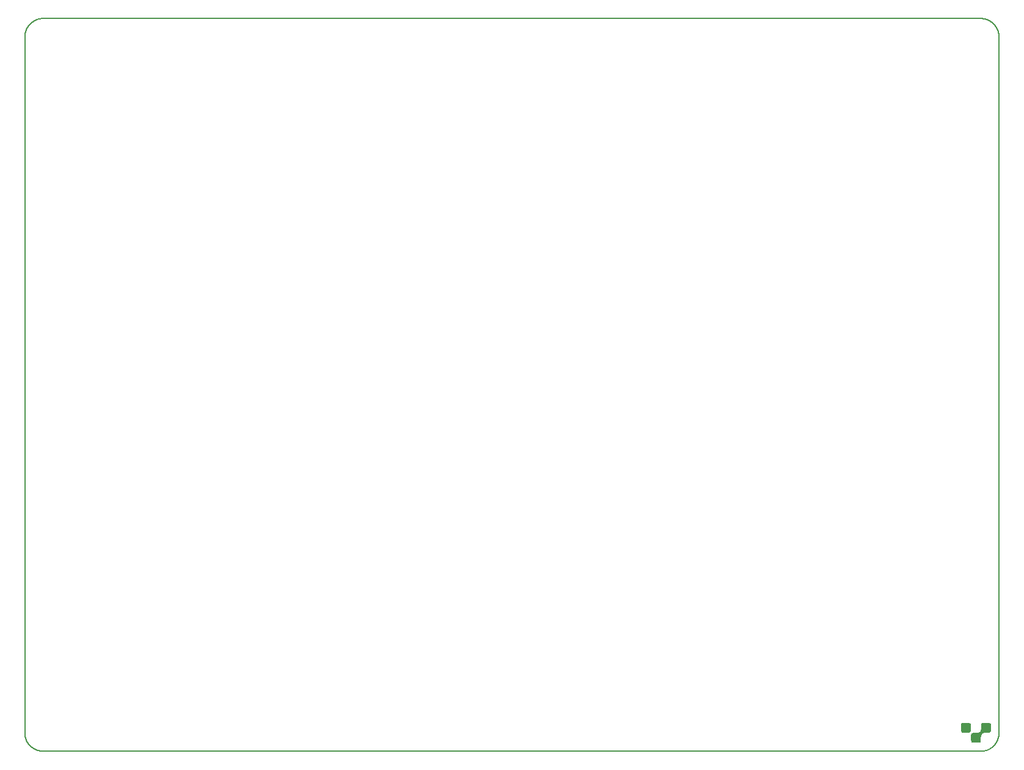
<source format=gto>
G75*
%MOIN*%
%OFA0B0*%
%FSLAX25Y25*%
%IPPOS*%
%LPD*%
%AMOC8*
5,1,8,0,0,1.08239X$1,22.5*
%
%ADD10C,0.00500*%
%ADD11C,0.00300*%
D10*
X0015000Y0005000D02*
X0526496Y0005000D01*
X0526738Y0005003D01*
X0526979Y0005012D01*
X0527220Y0005026D01*
X0527461Y0005047D01*
X0527701Y0005073D01*
X0527941Y0005105D01*
X0528180Y0005143D01*
X0528417Y0005186D01*
X0528654Y0005236D01*
X0528889Y0005291D01*
X0529123Y0005351D01*
X0529355Y0005418D01*
X0529586Y0005489D01*
X0529815Y0005567D01*
X0530042Y0005650D01*
X0530267Y0005738D01*
X0530490Y0005832D01*
X0530710Y0005931D01*
X0530928Y0006036D01*
X0531143Y0006145D01*
X0531356Y0006260D01*
X0531566Y0006380D01*
X0531772Y0006505D01*
X0531976Y0006635D01*
X0532177Y0006770D01*
X0532374Y0006910D01*
X0532568Y0007054D01*
X0532758Y0007203D01*
X0532944Y0007357D01*
X0533127Y0007515D01*
X0533306Y0007677D01*
X0533481Y0007844D01*
X0533652Y0008015D01*
X0533819Y0008190D01*
X0533981Y0008369D01*
X0534139Y0008552D01*
X0534293Y0008738D01*
X0534442Y0008928D01*
X0534586Y0009122D01*
X0534726Y0009319D01*
X0534861Y0009520D01*
X0534991Y0009724D01*
X0535116Y0009930D01*
X0535236Y0010140D01*
X0535351Y0010353D01*
X0535460Y0010568D01*
X0535565Y0010786D01*
X0535664Y0011006D01*
X0535758Y0011229D01*
X0535846Y0011454D01*
X0535929Y0011681D01*
X0536007Y0011910D01*
X0536078Y0012141D01*
X0536145Y0012373D01*
X0536205Y0012607D01*
X0536260Y0012842D01*
X0536310Y0013079D01*
X0536353Y0013316D01*
X0536391Y0013555D01*
X0536423Y0013795D01*
X0536449Y0014035D01*
X0536470Y0014276D01*
X0536484Y0014517D01*
X0536493Y0014758D01*
X0536496Y0015000D01*
X0536496Y0395000D01*
X0536493Y0395242D01*
X0536484Y0395483D01*
X0536470Y0395724D01*
X0536449Y0395965D01*
X0536423Y0396205D01*
X0536391Y0396445D01*
X0536353Y0396684D01*
X0536310Y0396921D01*
X0536260Y0397158D01*
X0536205Y0397393D01*
X0536145Y0397627D01*
X0536078Y0397859D01*
X0536007Y0398090D01*
X0535929Y0398319D01*
X0535846Y0398546D01*
X0535758Y0398771D01*
X0535664Y0398994D01*
X0535565Y0399214D01*
X0535460Y0399432D01*
X0535351Y0399647D01*
X0535236Y0399860D01*
X0535116Y0400070D01*
X0534991Y0400276D01*
X0534861Y0400480D01*
X0534726Y0400681D01*
X0534586Y0400878D01*
X0534442Y0401072D01*
X0534293Y0401262D01*
X0534139Y0401448D01*
X0533981Y0401631D01*
X0533819Y0401810D01*
X0533652Y0401985D01*
X0533481Y0402156D01*
X0533306Y0402323D01*
X0533127Y0402485D01*
X0532944Y0402643D01*
X0532758Y0402797D01*
X0532568Y0402946D01*
X0532374Y0403090D01*
X0532177Y0403230D01*
X0531976Y0403365D01*
X0531772Y0403495D01*
X0531566Y0403620D01*
X0531356Y0403740D01*
X0531143Y0403855D01*
X0530928Y0403964D01*
X0530710Y0404069D01*
X0530490Y0404168D01*
X0530267Y0404262D01*
X0530042Y0404350D01*
X0529815Y0404433D01*
X0529586Y0404511D01*
X0529355Y0404582D01*
X0529123Y0404649D01*
X0528889Y0404709D01*
X0528654Y0404764D01*
X0528417Y0404814D01*
X0528180Y0404857D01*
X0527941Y0404895D01*
X0527701Y0404927D01*
X0527461Y0404953D01*
X0527220Y0404974D01*
X0526979Y0404988D01*
X0526738Y0404997D01*
X0526496Y0405000D01*
X0015000Y0405000D01*
X0014758Y0404997D01*
X0014517Y0404988D01*
X0014276Y0404974D01*
X0014035Y0404953D01*
X0013795Y0404927D01*
X0013555Y0404895D01*
X0013316Y0404857D01*
X0013079Y0404814D01*
X0012842Y0404764D01*
X0012607Y0404709D01*
X0012373Y0404649D01*
X0012141Y0404582D01*
X0011910Y0404511D01*
X0011681Y0404433D01*
X0011454Y0404350D01*
X0011229Y0404262D01*
X0011006Y0404168D01*
X0010786Y0404069D01*
X0010568Y0403964D01*
X0010353Y0403855D01*
X0010140Y0403740D01*
X0009930Y0403620D01*
X0009724Y0403495D01*
X0009520Y0403365D01*
X0009319Y0403230D01*
X0009122Y0403090D01*
X0008928Y0402946D01*
X0008738Y0402797D01*
X0008552Y0402643D01*
X0008369Y0402485D01*
X0008190Y0402323D01*
X0008015Y0402156D01*
X0007844Y0401985D01*
X0007677Y0401810D01*
X0007515Y0401631D01*
X0007357Y0401448D01*
X0007203Y0401262D01*
X0007054Y0401072D01*
X0006910Y0400878D01*
X0006770Y0400681D01*
X0006635Y0400480D01*
X0006505Y0400276D01*
X0006380Y0400070D01*
X0006260Y0399860D01*
X0006145Y0399647D01*
X0006036Y0399432D01*
X0005931Y0399214D01*
X0005832Y0398994D01*
X0005738Y0398771D01*
X0005650Y0398546D01*
X0005567Y0398319D01*
X0005489Y0398090D01*
X0005418Y0397859D01*
X0005351Y0397627D01*
X0005291Y0397393D01*
X0005236Y0397158D01*
X0005186Y0396921D01*
X0005143Y0396684D01*
X0005105Y0396445D01*
X0005073Y0396205D01*
X0005047Y0395965D01*
X0005026Y0395724D01*
X0005012Y0395483D01*
X0005003Y0395242D01*
X0005000Y0395000D01*
X0005000Y0015000D01*
X0005003Y0014758D01*
X0005012Y0014517D01*
X0005026Y0014276D01*
X0005047Y0014035D01*
X0005073Y0013795D01*
X0005105Y0013555D01*
X0005143Y0013316D01*
X0005186Y0013079D01*
X0005236Y0012842D01*
X0005291Y0012607D01*
X0005351Y0012373D01*
X0005418Y0012141D01*
X0005489Y0011910D01*
X0005567Y0011681D01*
X0005650Y0011454D01*
X0005738Y0011229D01*
X0005832Y0011006D01*
X0005931Y0010786D01*
X0006036Y0010568D01*
X0006145Y0010353D01*
X0006260Y0010140D01*
X0006380Y0009930D01*
X0006505Y0009724D01*
X0006635Y0009520D01*
X0006770Y0009319D01*
X0006910Y0009122D01*
X0007054Y0008928D01*
X0007203Y0008738D01*
X0007357Y0008552D01*
X0007515Y0008369D01*
X0007677Y0008190D01*
X0007844Y0008015D01*
X0008015Y0007844D01*
X0008190Y0007677D01*
X0008369Y0007515D01*
X0008552Y0007357D01*
X0008738Y0007203D01*
X0008928Y0007054D01*
X0009122Y0006910D01*
X0009319Y0006770D01*
X0009520Y0006635D01*
X0009724Y0006505D01*
X0009930Y0006380D01*
X0010140Y0006260D01*
X0010353Y0006145D01*
X0010568Y0006036D01*
X0010786Y0005931D01*
X0011006Y0005832D01*
X0011229Y0005738D01*
X0011454Y0005650D01*
X0011681Y0005567D01*
X0011910Y0005489D01*
X0012141Y0005418D01*
X0012373Y0005351D01*
X0012607Y0005291D01*
X0012842Y0005236D01*
X0013079Y0005186D01*
X0013316Y0005143D01*
X0013555Y0005105D01*
X0013795Y0005073D01*
X0014035Y0005047D01*
X0014276Y0005026D01*
X0014517Y0005012D01*
X0014758Y0005003D01*
X0015000Y0005000D01*
D11*
X0515772Y0016425D02*
X0515806Y0016166D01*
X0515906Y0015925D01*
X0516065Y0015718D01*
X0516272Y0015559D01*
X0516513Y0015459D01*
X0516772Y0015425D01*
X0519772Y0015425D01*
X0520030Y0015459D01*
X0520272Y0015559D01*
X0520479Y0015718D01*
X0520638Y0015925D01*
X0520738Y0016166D01*
X0520772Y0016425D01*
X0520772Y0019425D01*
X0520738Y0019684D01*
X0520638Y0019925D01*
X0520479Y0020132D01*
X0520272Y0020291D01*
X0520030Y0020391D01*
X0519772Y0020425D01*
X0516772Y0020425D01*
X0516513Y0020391D01*
X0516272Y0020291D01*
X0516065Y0020132D01*
X0515906Y0019925D01*
X0515806Y0019684D01*
X0515772Y0019425D01*
X0515772Y0016425D01*
X0515782Y0016343D02*
X0520761Y0016343D01*
X0520772Y0016642D02*
X0515772Y0016642D01*
X0515772Y0016940D02*
X0520772Y0016940D01*
X0520772Y0017239D02*
X0515772Y0017239D01*
X0515772Y0017537D02*
X0520772Y0017537D01*
X0520772Y0017836D02*
X0515772Y0017836D01*
X0515772Y0018134D02*
X0520772Y0018134D01*
X0520772Y0018433D02*
X0515772Y0018433D01*
X0515772Y0018732D02*
X0520772Y0018732D01*
X0520772Y0019030D02*
X0515772Y0019030D01*
X0515772Y0019329D02*
X0520772Y0019329D01*
X0520745Y0019627D02*
X0515798Y0019627D01*
X0515906Y0019926D02*
X0520637Y0019926D01*
X0520359Y0020224D02*
X0516184Y0020224D01*
X0515856Y0016045D02*
X0520687Y0016045D01*
X0520501Y0015746D02*
X0516043Y0015746D01*
X0516599Y0015448D02*
X0519944Y0015448D01*
X0521406Y0014425D02*
X0521306Y0014184D01*
X0521272Y0013925D01*
X0521272Y0010925D01*
X0521306Y0010666D01*
X0521406Y0010425D01*
X0521565Y0010218D01*
X0521772Y0010059D01*
X0522013Y0009959D01*
X0522272Y0009925D01*
X0525272Y0009925D01*
X0525530Y0009959D01*
X0525772Y0010059D01*
X0525979Y0010218D01*
X0526138Y0010425D01*
X0526238Y0010666D01*
X0526272Y0010925D01*
X0526272Y0012925D01*
X0526320Y0013413D01*
X0526462Y0013882D01*
X0526693Y0014314D01*
X0527004Y0014693D01*
X0527383Y0015004D01*
X0527815Y0015235D01*
X0528284Y0015377D01*
X0528772Y0015425D01*
X0530772Y0015425D01*
X0531030Y0015459D01*
X0531272Y0015559D01*
X0531479Y0015718D01*
X0531638Y0015925D01*
X0531738Y0016166D01*
X0531772Y0016425D01*
X0531772Y0019425D01*
X0531738Y0019684D01*
X0531638Y0019925D01*
X0531479Y0020132D01*
X0531272Y0020291D01*
X0531030Y0020391D01*
X0530772Y0020425D01*
X0527772Y0020425D01*
X0527513Y0020391D01*
X0527272Y0020291D01*
X0527065Y0020132D01*
X0526906Y0019925D01*
X0526806Y0019684D01*
X0526772Y0019425D01*
X0526772Y0017425D01*
X0526724Y0016937D01*
X0526581Y0016468D01*
X0526350Y0016036D01*
X0526039Y0015657D01*
X0525661Y0015347D01*
X0525228Y0015116D01*
X0524759Y0014973D01*
X0524272Y0014925D01*
X0522272Y0014925D01*
X0522013Y0014891D01*
X0521772Y0014791D01*
X0521565Y0014632D01*
X0521406Y0014425D01*
X0521503Y0014552D02*
X0526888Y0014552D01*
X0526661Y0014254D02*
X0521335Y0014254D01*
X0521276Y0013955D02*
X0526501Y0013955D01*
X0526394Y0013657D02*
X0521272Y0013657D01*
X0521272Y0013358D02*
X0526314Y0013358D01*
X0526285Y0013060D02*
X0521272Y0013060D01*
X0521272Y0012761D02*
X0526272Y0012761D01*
X0526272Y0012463D02*
X0521272Y0012463D01*
X0521272Y0012164D02*
X0526272Y0012164D01*
X0526272Y0011866D02*
X0521272Y0011866D01*
X0521272Y0011567D02*
X0526272Y0011567D01*
X0526272Y0011269D02*
X0521272Y0011269D01*
X0521272Y0010970D02*
X0526272Y0010970D01*
X0526238Y0010672D02*
X0521305Y0010672D01*
X0521446Y0010373D02*
X0526098Y0010373D01*
X0525792Y0010075D02*
X0521751Y0010075D01*
X0521916Y0014851D02*
X0527196Y0014851D01*
X0527655Y0015149D02*
X0525292Y0015149D01*
X0525784Y0015448D02*
X0530944Y0015448D01*
X0531500Y0015746D02*
X0526112Y0015746D01*
X0526355Y0016045D02*
X0531687Y0016045D01*
X0531761Y0016343D02*
X0526515Y0016343D01*
X0526634Y0016642D02*
X0531772Y0016642D01*
X0531772Y0016940D02*
X0526724Y0016940D01*
X0526753Y0017239D02*
X0531772Y0017239D01*
X0531772Y0017537D02*
X0526772Y0017537D01*
X0526772Y0017836D02*
X0531772Y0017836D01*
X0531772Y0018134D02*
X0526772Y0018134D01*
X0526772Y0018433D02*
X0531772Y0018433D01*
X0531772Y0018732D02*
X0526772Y0018732D01*
X0526772Y0019030D02*
X0531772Y0019030D01*
X0531772Y0019329D02*
X0526772Y0019329D01*
X0526798Y0019627D02*
X0531745Y0019627D01*
X0531637Y0019926D02*
X0526906Y0019926D01*
X0527184Y0020224D02*
X0531359Y0020224D01*
M02*

</source>
